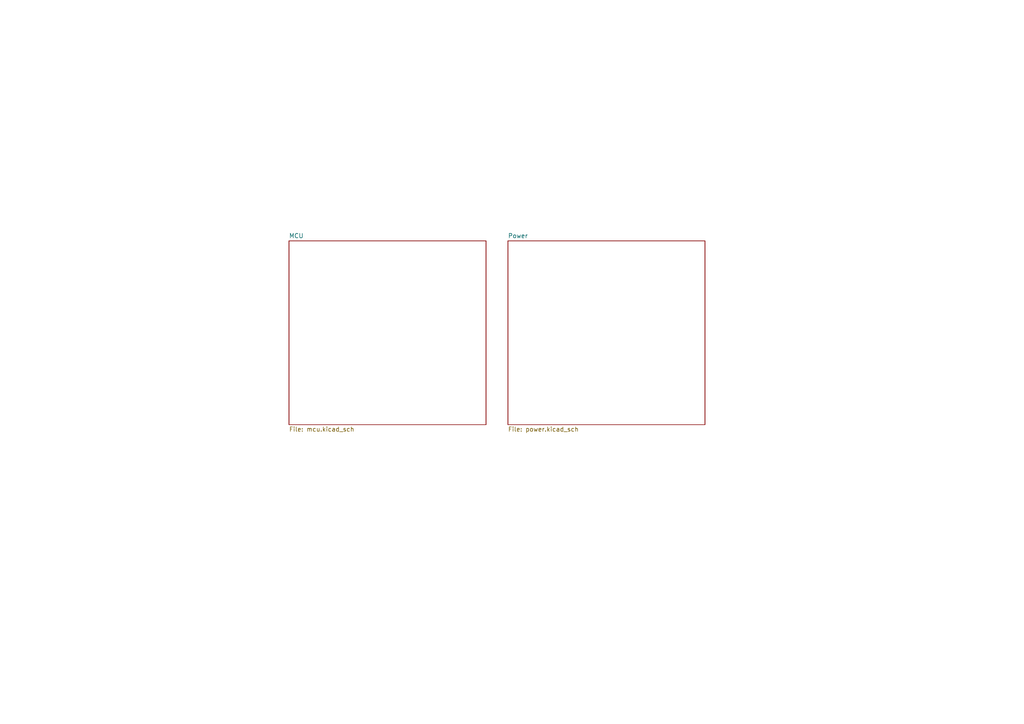
<source format=kicad_sch>
(kicad_sch (version 20211123) (generator eeschema)
  (paper "A4")
  (title_block (title "STM32F103C8T6 Breakout Board") (date "2022-10-20") (company "Oregon State University") (comment 1 "Author: Austin Goergen"))
  (lib_symbols)
  (sheet (at 147.32 69.85) (size 57.15 53.34) (stroke (width 0.1524))
    (property "Sheet name" "Power" (at 147.32 69.1384 0) (effects (justify left bottom)))
    (property "Sheet file" "power.kicad_sch" (at 147.32 123.7746 0) (effects (justify left top)))
  )
  (sheet (at 83.82 69.85) (size 57.15 53.34) (stroke (width 0.1524))
    (property "Sheet name" "MCU" (at 83.82 69.1384 0) (effects (justify left bottom)))
    (property "Sheet file" "mcu.kicad_sch" (at 83.82 123.7746 0) (effects (justify left top)))
  )
)
</source>
